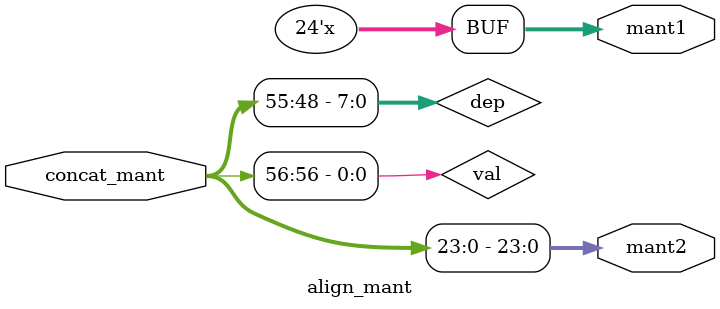
<source format=v>
`timescale 1ns / 1ps

module align_mant(
    input [56:0] concat_mant,
    output reg [23:0] mant1,
    output reg [23:0] mant2
    );
    
    reg val;
    reg [7:0] dep;
    
    always @* begin
        val <= concat_mant[56];
        dep <= concat_mant[55:48];
        
        if (val) begin
            mant1 <= concat_mant[47:24];
            mant2 <= concat_mant[23:0] >> dep;
        end else begin
            mant1 <= concat_mant[47:24] >> dep;
            mant2 <= concat_mant[23:0];
        end
    end
endmodule

</source>
